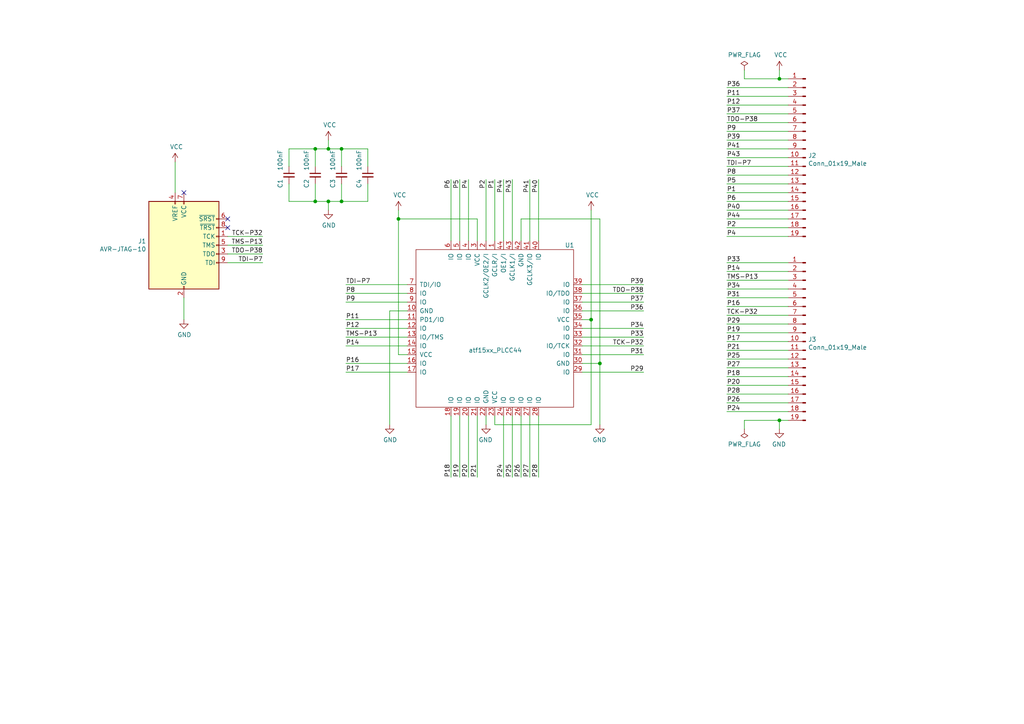
<source format=kicad_sch>
(kicad_sch (version 20211123) (generator eeschema)
  (paper "A4")
  (lib_symbols
    (symbol "Connector:AVR-JTAG-10" (pin_names (offset 1.016))
      (property "Reference" "J" (at -8.89 13.97 0))
      (property "Value" "AVR-JTAG-10" (at 1.27 13.97 0))
      (symbol "AVR-JTAG-10_0_1"
        (rectangle (start -2.667 12.7) (end -2.413 11.938))
        (rectangle (start -0.127 -11.938) (end 0.127 -12.7))
        (rectangle (start -0.127 12.7) (end 0.127 11.938))
        (rectangle (start 10.16 -4.953) (end 9.398 -5.207))
        (rectangle (start 10.16 -2.413) (end 9.398 -2.667))
        (rectangle (start 10.16 0.127) (end 9.398 -0.127))
        (rectangle (start 10.16 2.667) (end 9.398 2.413))
        (rectangle (start 10.16 5.207) (end 9.398 4.953))
        (rectangle (start 10.16 7.747) (end 9.398 7.493))
        (rectangle (start 10.16 12.7) (end -10.16 -12.7) (stroke (width 0.254)) (fill (type background)))
      )
      (symbol "AVR-JTAG-10_1_1"
        (pin passive line (at 12.7 2.54 180) (length 2.54) (name "TCK") (number "1"))
        (pin passive line (at 0 -15.24 90) (length 2.54) hide (name "GND") (number "10"))
        (pin passive line (at 0 -15.24 90) (length 2.54) (name "GND") (number "2"))
        (pin passive line (at 12.7 -2.54 180) (length 2.54) (name "TDO") (number "3"))
        (pin passive line (at -2.54 15.24 270) (length 2.54) (name "VREF") (number "4"))
        (pin passive line (at 12.7 0 180) (length 2.54) (name "TMS") (number "5"))
        (pin passive line (at 12.7 7.62 180) (length 2.54) (name "~{SRST}") (number "6"))
        (pin passive line (at 0 15.24 270) (length 2.54) (name "VCC") (number "7"))
        (pin passive line (at 12.7 5.08 180) (length 2.54) (name "~{TRST}") (number "8"))
        (pin passive line (at 12.7 -5.08 180) (length 2.54) (name "TDI") (number "9"))
      )
    )
    (symbol "Connector:Conn_01x19_Male" (pin_names (offset 1.016) hide)
      (property "Reference" "J" (at 0 25.4 0))
      (property "Value" "Conn_01x19_Male" (at 0 -25.4 0))
      (symbol "Conn_01x19_Male_1_1"
        (polyline (pts (xy 1.27 -22.86) (xy 0.8636 -22.86)) (stroke (width 0.1524)))
        (polyline (pts (xy 1.27 -20.32) (xy 0.8636 -20.32)) (stroke (width 0.1524)))
        (polyline (pts (xy 1.27 -17.78) (xy 0.8636 -17.78)) (stroke (width 0.1524)))
        (polyline (pts (xy 1.27 -15.24) (xy 0.8636 -15.24)) (stroke (width 0.1524)))
        (polyline (pts (xy 1.27 -12.7) (xy 0.8636 -12.7)) (stroke (width 0.1524)))
        (polyline (pts (xy 1.27 -10.16) (xy 0.8636 -10.16)) (stroke (width 0.1524)))
        (polyline (pts (xy 1.27 -7.62) (xy 0.8636 -7.62)) (stroke (width 0.1524)))
        (polyline (pts (xy 1.27 -5.08) (xy 0.8636 -5.08)) (stroke (width 0.1524)))
        (polyline (pts (xy 1.27 -2.54) (xy 0.8636 -2.54)) (stroke (width 0.1524)))
        (polyline (pts (xy 1.27 0) (xy 0.8636 0)) (stroke (width 0.1524)))
        (polyline (pts (xy 1.27 2.54) (xy 0.8636 2.54)) (stroke (width 0.1524)))
        (polyline (pts (xy 1.27 5.08) (xy 0.8636 5.08)) (stroke (width 0.1524)))
        (polyline (pts (xy 1.27 7.62) (xy 0.8636 7.62)) (stroke (width 0.1524)))
        (polyline (pts (xy 1.27 10.16) (xy 0.8636 10.16)) (stroke (width 0.1524)))
        (polyline (pts (xy 1.27 12.7) (xy 0.8636 12.7)) (stroke (width 0.1524)))
        (polyline (pts (xy 1.27 15.24) (xy 0.8636 15.24)) (stroke (width 0.1524)))
        (polyline (pts (xy 1.27 17.78) (xy 0.8636 17.78)) (stroke (width 0.1524)))
        (polyline (pts (xy 1.27 20.32) (xy 0.8636 20.32)) (stroke (width 0.1524)))
        (polyline (pts (xy 1.27 22.86) (xy 0.8636 22.86)) (stroke (width 0.1524)))
        (rectangle (start 0.8636 -22.733) (end 0 -22.987) (stroke (width 0.1524)) (fill (type outline)))
        (rectangle (start 0.8636 -20.193) (end 0 -20.447) (stroke (width 0.1524)) (fill (type outline)))
        (rectangle (start 0.8636 -17.653) (end 0 -17.907) (stroke (width 0.1524)) (fill (type outline)))
        (rectangle (start 0.8636 -15.113) (end 0 -15.367) (stroke (width 0.1524)) (fill (type outline)))
        (rectangle (start 0.8636 -12.573) (end 0 -12.827) (stroke (width 0.1524)) (fill (type outline)))
        (rectangle (start 0.8636 -10.033) (end 0 -10.287) (stroke (width 0.1524)) (fill (type outline)))
        (rectangle (start 0.8636 -7.493) (end 0 -7.747) (stroke (width 0.1524)) (fill (type outline)))
        (rectangle (start 0.8636 -4.953) (end 0 -5.207) (stroke (width 0.1524)) (fill (type outline)))
        (rectangle (start 0.8636 -2.413) (end 0 -2.667) (stroke (width 0.1524)) (fill (type outline)))
        (rectangle (start 0.8636 0.127) (end 0 -0.127) (stroke (width 0.1524)) (fill (type outline)))
        (rectangle (start 0.8636 2.667) (end 0 2.413) (stroke (width 0.1524)) (fill (type outline)))
        (rectangle (start 0.8636 5.207) (end 0 4.953) (stroke (width 0.1524)) (fill (type outline)))
        (rectangle (start 0.8636 7.747) (end 0 7.493) (stroke (width 0.1524)) (fill (type outline)))
        (rectangle (start 0.8636 10.287) (end 0 10.033) (stroke (width 0.1524)) (fill (type outline)))
        (rectangle (start 0.8636 12.827) (end 0 12.573) (stroke (width 0.1524)) (fill (type outline)))
        (rectangle (start 0.8636 15.367) (end 0 15.113) (stroke (width 0.1524)) (fill (type outline)))
        (rectangle (start 0.8636 17.907) (end 0 17.653) (stroke (width 0.1524)) (fill (type outline)))
        (rectangle (start 0.8636 20.447) (end 0 20.193) (stroke (width 0.1524)) (fill (type outline)))
        (rectangle (start 0.8636 22.987) (end 0 22.733) (stroke (width 0.1524)) (fill (type outline)))
        (pin passive line (at 5.08 22.86 180) (length 3.81) (name "Pin_1") (number "1"))
        (pin passive line (at 5.08 0 180) (length 3.81) (name "Pin_10") (number "10"))
        (pin passive line (at 5.08 -2.54 180) (length 3.81) (name "Pin_11") (number "11"))
        (pin passive line (at 5.08 -5.08 180) (length 3.81) (name "Pin_12") (number "12"))
        (pin passive line (at 5.08 -7.62 180) (length 3.81) (name "Pin_13") (number "13"))
        (pin passive line (at 5.08 -10.16 180) (length 3.81) (name "Pin_14") (number "14"))
        (pin passive line (at 5.08 -12.7 180) (length 3.81) (name "Pin_15") (number "15"))
        (pin passive line (at 5.08 -15.24 180) (length 3.81) (name "Pin_16") (number "16"))
        (pin passive line (at 5.08 -17.78 180) (length 3.81) (name "Pin_17") (number "17"))
        (pin passive line (at 5.08 -20.32 180) (length 3.81) (name "Pin_18") (number "18"))
        (pin passive line (at 5.08 -22.86 180) (length 3.81) (name "Pin_19") (number "19"))
        (pin passive line (at 5.08 20.32 180) (length 3.81) (name "Pin_2") (number "2"))
        (pin passive line (at 5.08 17.78 180) (length 3.81) (name "Pin_3") (number "3"))
        (pin passive line (at 5.08 15.24 180) (length 3.81) (name "Pin_4") (number "4"))
        (pin passive line (at 5.08 12.7 180) (length 3.81) (name "Pin_5") (number "5"))
        (pin passive line (at 5.08 10.16 180) (length 3.81) (name "Pin_6") (number "6"))
        (pin passive line (at 5.08 7.62 180) (length 3.81) (name "Pin_7") (number "7"))
        (pin passive line (at 5.08 5.08 180) (length 3.81) (name "Pin_8") (number "8"))
        (pin passive line (at 5.08 2.54 180) (length 3.81) (name "Pin_9") (number "9"))
      )
    )
    (symbol "Device:C_Small" (pin_numbers hide) (pin_names (offset 0.254) hide)
      (property "Reference" "C" (at 0.254 1.778 0))
      (property "Value" "C_Small" (at 0.254 -2.032 0))
      (symbol "C_Small_0_1"
        (polyline (pts (xy -1.524 -0.508) (xy 1.524 -0.508)) (stroke (width 0.3302)))
        (polyline (pts (xy -1.524 0.508) (xy 1.524 0.508)) (stroke (width 0.3048)))
      )
      (symbol "C_Small_1_1"
        (pin passive line (at 0 2.54 270) (length 2.032) (name "~") (number "1"))
        (pin passive line (at 0 -2.54 90) (length 2.032) (name "~") (number "2"))
      )
    )
    (symbol "atf15xxprog:atf15xx_PLCC44" (pin_names (offset 1.016))
      (property "Reference" "U" (at 20.32 24.13 0))
      (property "Value" "atf15xx_PLCC44" (at 0 0 0))
      (symbol "atf15xx_PLCC44_0_1"
        (rectangle (start -22.86 22.86) (end 22.86 -22.86))
      )
      (symbol "atf15xx_PLCC44_1_1"
        (pin input line (at 0 25.4 270) (length 2.54) (name "GCLR/I") (number "1"))
        (pin power_in line (at -25.4 5.08 0) (length 2.54) (name "GND") (number "10"))
        (pin bidirectional line (at -25.4 2.54 0) (length 2.54) (name "PD1/IO") (number "11"))
        (pin bidirectional line (at -25.4 0 0) (length 2.54) (name "IO") (number "12"))
        (pin bidirectional line (at -25.4 -2.54 0) (length 2.54) (name "IO/TMS") (number "13"))
        (pin bidirectional line (at -25.4 -5.08 0) (length 2.54) (name "IO") (number "14"))
        (pin power_in line (at -25.4 -7.62 0) (length 2.54) (name "VCC") (number "15"))
        (pin bidirectional line (at -25.4 -10.16 0) (length 2.54) (name "IO") (number "16"))
        (pin bidirectional line (at -25.4 -12.7 0) (length 2.54) (name "IO") (number "17"))
        (pin bidirectional line (at -12.7 -25.4 90) (length 2.54) (name "IO") (number "18"))
        (pin bidirectional line (at -10.16 -25.4 90) (length 2.54) (name "IO") (number "19"))
        (pin input line (at -2.54 25.4 270) (length 2.54) (name "GCLK2/OE2/I") (number "2"))
        (pin bidirectional line (at -7.62 -25.4 90) (length 2.54) (name "IO") (number "20"))
        (pin bidirectional line (at -5.08 -25.4 90) (length 2.54) (name "IO") (number "21"))
        (pin power_in line (at -2.54 -25.4 90) (length 2.54) (name "GND") (number "22"))
        (pin power_in line (at 0 -25.4 90) (length 2.54) (name "VCC") (number "23"))
        (pin bidirectional line (at 2.54 -25.4 90) (length 2.54) (name "IO") (number "24"))
        (pin bidirectional line (at 5.08 -25.4 90) (length 2.54) (name "IO") (number "25"))
        (pin bidirectional line (at 7.62 -25.4 90) (length 2.54) (name "IO") (number "26"))
        (pin bidirectional line (at 10.16 -25.4 90) (length 2.54) (name "IO") (number "27"))
        (pin bidirectional line (at 12.7 -25.4 90) (length 2.54) (name "IO") (number "28"))
        (pin bidirectional line (at 25.4 -12.7 180) (length 2.54) (name "IO") (number "29"))
        (pin power_in line (at -5.08 25.4 270) (length 2.54) (name "VCC") (number "3"))
        (pin power_in line (at 25.4 -10.16 180) (length 2.54) (name "GND") (number "30"))
        (pin bidirectional line (at 25.4 -7.62 180) (length 2.54) (name "IO") (number "31"))
        (pin bidirectional line (at 25.4 -5.08 180) (length 2.54) (name "IO/TCK") (number "32"))
        (pin bidirectional line (at 25.4 -2.54 180) (length 2.54) (name "IO") (number "33"))
        (pin bidirectional line (at 25.4 0 180) (length 2.54) (name "IO") (number "34"))
        (pin power_in line (at 25.4 2.54 180) (length 2.54) (name "VCC") (number "35"))
        (pin bidirectional line (at 25.4 5.08 180) (length 2.54) (name "IO") (number "36"))
        (pin bidirectional line (at 25.4 7.62 180) (length 2.54) (name "IO") (number "37"))
        (pin bidirectional line (at 25.4 10.16 180) (length 2.54) (name "IO/TDO") (number "38"))
        (pin bidirectional line (at 25.4 12.7 180) (length 2.54) (name "IO") (number "39"))
        (pin bidirectional line (at -7.62 25.4 270) (length 2.54) (name "IO") (number "4"))
        (pin bidirectional line (at 12.7 25.4 270) (length 2.54) (name "IO") (number "40"))
        (pin bidirectional line (at 10.16 25.4 270) (length 2.54) (name "GCLK3/IO") (number "41"))
        (pin power_in line (at 7.62 25.4 270) (length 2.54) (name "GND") (number "42"))
        (pin input line (at 5.08 25.4 270) (length 2.54) (name "GCLK1/I") (number "43"))
        (pin bidirectional line (at 2.54 25.4 270) (length 2.54) (name "OE1/I") (number "44"))
        (pin bidirectional line (at -10.16 25.4 270) (length 2.54) (name "IO") (number "5"))
        (pin bidirectional line (at -12.7 25.4 270) (length 2.54) (name "IO") (number "6"))
        (pin bidirectional line (at -25.4 12.7 0) (length 2.54) (name "TDI/IO") (number "7"))
        (pin bidirectional line (at -25.4 10.16 0) (length 2.54) (name "IO") (number "8"))
        (pin bidirectional line (at -25.4 7.62 0) (length 2.54) (name "IO") (number "9"))
      )
    )
    (symbol "power:GND" (power) (pin_names (offset 0))
      (property "Value" "GND" (at 0 -3.81 0))
      (symbol "GND_0_1"
        (polyline (pts (xy 0 0) (xy 0 -1.27) (xy 1.27 -1.27) (xy 0 -2.54) (xy -1.27 -1.27) (xy 0 -1.27)))
      )
      (symbol "GND_1_1"
        (pin power_in line (at 0 0 270) (length 0) hide (name "GND") (number "1"))
      )
    )
    (symbol "power:PWR_FLAG" (power) (pin_numbers hide) (pin_names (offset 0) hide)
      (property "Value" "PWR_FLAG" (at 0 3.81 0))
      (symbol "PWR_FLAG_0_0"
        (pin power_out line (at 0 0 90) (length 0) (name "pwr") (number "1"))
      )
      (symbol "PWR_FLAG_0_1"
        (polyline (pts (xy 0 0) (xy 0 1.27) (xy -1.016 1.905) (xy 0 2.54) (xy 1.016 1.905) (xy 0 1.27)))
      )
    )
    (symbol "power:VCC" (power) (pin_names (offset 0))
      (property "Value" "VCC" (at 0 3.81 0))
      (symbol "VCC_0_1"
        (polyline (pts (xy -0.762 1.27) (xy 0 2.54)))
        (polyline (pts (xy 0 0) (xy 0 2.54)))
        (polyline (pts (xy 0 2.54) (xy 0.762 1.27)))
      )
      (symbol "VCC_1_1"
        (pin power_in line (at 0 0 90) (length 0) hide (name "VCC") (number "1"))
      )
    )
  )
  (junction (at 91.44 58.42))
  (junction (at 95.25 43.18))
  (junction (at 95.25 58.42))
  (junction (at 226.06 121.92))
  (junction (at 173.99 105.41))
  (junction (at 171.45 92.71))
  (junction (at 115.57 63.5))
  (junction (at 226.06 22.86))
  (junction (at 99.06 58.42))
  (junction (at 99.06 43.18))
  (junction (at 91.44 43.18))
  (no_connect (at 53.34 55.88))
  (no_connect (at 66.04 66.04))
  (no_connect (at 66.04 63.5))
  (wire (pts (xy 210.82 93.98) (xy 228.6 93.98)))
  (wire (pts (xy 210.82 45.72) (xy 228.6 45.72)))
  (wire (pts (xy 151.13 63.5) (xy 173.99 63.5)))
  (wire (pts (xy 173.99 123.19) (xy 173.99 105.41)))
  (wire (pts (xy 210.82 35.56) (xy 228.6 35.56)))
  (wire (pts (xy 95.25 43.18) (xy 99.06 43.18)))
  (wire (pts (xy 135.89 120.65) (xy 135.89 138.43)))
  (wire (pts (xy 228.6 66.04) (xy 210.82 66.04)))
  (wire (pts (xy 210.82 116.84) (xy 228.6 116.84)))
  (wire (pts (xy 113.03 123.19) (xy 113.03 90.17)))
  (wire (pts (xy 156.21 120.65) (xy 156.21 138.43)))
  (wire (pts (xy 115.57 63.5) (xy 115.57 102.87)))
  (wire (pts (xy 210.82 101.6) (xy 228.6 101.6)))
  (wire (pts (xy 171.45 123.19) (xy 171.45 92.71)))
  (wire (pts (xy 210.82 50.8) (xy 228.6 50.8)))
  (wire (pts (xy 66.04 71.12) (xy 76.2 71.12)))
  (wire (pts (xy 226.06 121.92) (xy 228.6 121.92)))
  (wire (pts (xy 168.91 90.17) (xy 186.69 90.17)))
  (wire (pts (xy 228.6 81.28) (xy 210.82 81.28)))
  (wire (pts (xy 118.11 87.63) (xy 100.33 87.63)))
  (wire (pts (xy 153.67 52.07) (xy 153.67 69.85)))
  (wire (pts (xy 99.06 43.18) (xy 106.68 43.18)))
  (wire (pts (xy 91.44 43.18) (xy 91.44 48.26)))
  (wire (pts (xy 118.11 82.55) (xy 100.33 82.55)))
  (wire (pts (xy 186.69 107.95) (xy 168.91 107.95)))
  (wire (pts (xy 91.44 58.42) (xy 91.44 53.34)))
  (wire (pts (xy 99.06 58.42) (xy 106.68 58.42)))
  (wire (pts (xy 66.04 76.2) (xy 76.2 76.2)))
  (wire (pts (xy 210.82 30.48) (xy 228.6 30.48)))
  (wire (pts (xy 130.81 138.43) (xy 130.81 120.65)))
  (wire (pts (xy 146.05 52.07) (xy 146.05 69.85)))
  (wire (pts (xy 91.44 43.18) (xy 95.25 43.18)))
  (wire (pts (xy 228.6 38.1) (xy 210.82 38.1)))
  (wire (pts (xy 173.99 105.41) (xy 168.91 105.41)))
  (wire (pts (xy 210.82 78.74) (xy 228.6 78.74)))
  (wire (pts (xy 83.82 43.18) (xy 83.82 48.26)))
  (wire (pts (xy 140.97 69.85) (xy 140.97 52.07)))
  (wire (pts (xy 143.51 120.65) (xy 143.51 123.19)))
  (wire (pts (xy 210.82 96.52) (xy 228.6 96.52)))
  (wire (pts (xy 91.44 58.42) (xy 83.82 58.42)))
  (wire (pts (xy 186.69 85.09) (xy 168.91 85.09)))
  (wire (pts (xy 228.6 114.3) (xy 210.82 114.3)))
  (wire (pts (xy 215.9 121.92) (xy 226.06 121.92)))
  (wire (pts (xy 156.21 52.07) (xy 156.21 69.85)))
  (wire (pts (xy 83.82 43.18) (xy 91.44 43.18)))
  (wire (pts (xy 226.06 20.32) (xy 226.06 22.86)))
  (wire (pts (xy 118.11 107.95) (xy 100.33 107.95)))
  (wire (pts (xy 228.6 99.06) (xy 210.82 99.06)))
  (wire (pts (xy 215.9 22.86) (xy 226.06 22.86)))
  (wire (pts (xy 228.6 53.34) (xy 210.82 53.34)))
  (wire (pts (xy 168.91 92.71) (xy 171.45 92.71)))
  (wire (pts (xy 50.8 46.99) (xy 50.8 55.88)))
  (wire (pts (xy 210.82 48.26) (xy 228.6 48.26)))
  (wire (pts (xy 115.57 102.87) (xy 118.11 102.87)))
  (wire (pts (xy 186.69 97.79) (xy 168.91 97.79)))
  (wire (pts (xy 95.25 40.64) (xy 95.25 43.18)))
  (wire (pts (xy 186.69 100.33) (xy 168.91 100.33)))
  (wire (pts (xy 228.6 25.4) (xy 210.82 25.4)))
  (wire (pts (xy 210.82 88.9) (xy 228.6 88.9)))
  (wire (pts (xy 168.91 82.55) (xy 186.69 82.55)))
  (wire (pts (xy 228.6 91.44) (xy 210.82 91.44)))
  (wire (pts (xy 138.43 69.85) (xy 138.43 63.5)))
  (wire (pts (xy 118.11 97.79) (xy 100.33 97.79)))
  (wire (pts (xy 210.82 76.2) (xy 228.6 76.2)))
  (wire (pts (xy 228.6 104.14) (xy 210.82 104.14)))
  (wire (pts (xy 210.82 83.82) (xy 228.6 83.82)))
  (wire (pts (xy 95.25 58.42) (xy 91.44 58.42)))
  (wire (pts (xy 100.33 95.25) (xy 118.11 95.25)))
  (wire (pts (xy 210.82 109.22) (xy 228.6 109.22)))
  (wire (pts (xy 210.82 55.88) (xy 228.6 55.88)))
  (wire (pts (xy 143.51 52.07) (xy 143.51 69.85)))
  (wire (pts (xy 138.43 63.5) (xy 115.57 63.5)))
  (wire (pts (xy 228.6 40.64) (xy 210.82 40.64)))
  (wire (pts (xy 215.9 20.32) (xy 215.9 22.86)))
  (wire (pts (xy 151.13 138.43) (xy 151.13 120.65)))
  (wire (pts (xy 173.99 63.5) (xy 173.99 105.41)))
  (wire (pts (xy 133.35 138.43) (xy 133.35 120.65)))
  (wire (pts (xy 53.34 92.71) (xy 53.34 86.36)))
  (wire (pts (xy 228.6 111.76) (xy 210.82 111.76)))
  (wire (pts (xy 210.82 106.68) (xy 228.6 106.68)))
  (wire (pts (xy 210.82 33.02) (xy 228.6 33.02)))
  (wire (pts (xy 99.06 43.18) (xy 99.06 48.26)))
  (wire (pts (xy 210.82 60.96) (xy 228.6 60.96)))
  (wire (pts (xy 210.82 58.42) (xy 228.6 58.42)))
  (wire (pts (xy 135.89 52.07) (xy 135.89 69.85)))
  (wire (pts (xy 210.82 43.18) (xy 228.6 43.18)))
  (wire (pts (xy 171.45 60.96) (xy 171.45 92.71)))
  (wire (pts (xy 99.06 53.34) (xy 99.06 58.42)))
  (wire (pts (xy 115.57 60.96) (xy 115.57 63.5)))
  (wire (pts (xy 143.51 123.19) (xy 171.45 123.19)))
  (wire (pts (xy 210.82 27.94) (xy 228.6 27.94)))
  (wire (pts (xy 228.6 63.5) (xy 210.82 63.5)))
  (wire (pts (xy 100.33 92.71) (xy 118.11 92.71)))
  (wire (pts (xy 210.82 119.38) (xy 228.6 119.38)))
  (wire (pts (xy 215.9 124.46) (xy 215.9 121.92)))
  (wire (pts (xy 186.69 87.63) (xy 168.91 87.63)))
  (wire (pts (xy 100.33 85.09) (xy 118.11 85.09)))
  (wire (pts (xy 95.25 58.42) (xy 99.06 58.42)))
  (wire (pts (xy 226.06 22.86) (xy 228.6 22.86)))
  (wire (pts (xy 210.82 86.36) (xy 228.6 86.36)))
  (wire (pts (xy 83.82 58.42) (xy 83.82 53.34)))
  (wire (pts (xy 186.69 102.87) (xy 168.91 102.87)))
  (wire (pts (xy 76.2 68.58) (xy 66.04 68.58)))
  (wire (pts (xy 148.59 120.65) (xy 148.59 138.43)))
  (wire (pts (xy 113.03 90.17) (xy 118.11 90.17)))
  (wire (pts (xy 148.59 69.85) (xy 148.59 52.07)))
  (wire (pts (xy 106.68 43.18) (xy 106.68 48.26)))
  (wire (pts (xy 100.33 105.41) (xy 118.11 105.41)))
  (wire (pts (xy 151.13 69.85) (xy 151.13 63.5)))
  (wire (pts (xy 95.25 60.96) (xy 95.25 58.42)))
  (wire (pts (xy 130.81 69.85) (xy 130.81 52.07)))
  (wire (pts (xy 76.2 73.66) (xy 66.04 73.66)))
  (wire (pts (xy 100.33 100.33) (xy 118.11 100.33)))
  (wire (pts (xy 186.69 95.25) (xy 168.91 95.25)))
  (wire (pts (xy 146.05 138.43) (xy 146.05 120.65)))
  (wire (pts (xy 140.97 123.19) (xy 140.97 120.65)))
  (wire (pts (xy 133.35 52.07) (xy 133.35 69.85)))
  (wire (pts (xy 106.68 58.42) (xy 106.68 53.34)))
  (wire (pts (xy 226.06 124.46) (xy 226.06 121.92)))
  (wire (pts (xy 153.67 138.43) (xy 153.67 120.65)))
  (wire (pts (xy 210.82 68.58) (xy 228.6 68.58)))
  (wire (pts (xy 138.43 138.43) (xy 138.43 120.65)))
  (label "P9" (at 210.82 38.1 0))
  (label "P19" (at 133.35 138.43 90))
  (label "P40" (at 210.82 60.96 0))
  (label "P1" (at 210.82 55.88 0))
  (label "P21" (at 138.43 138.43 90))
  (label "P2" (at 140.97 52.07 270))
  (label "TDO-P38" (at 186.69 85.09 180))
  (label "P36" (at 186.69 90.17 180))
  (label "P25" (at 148.59 138.43 90))
  (label "P37" (at 186.69 87.63 180))
  (label "P11" (at 100.33 92.71 0))
  (label "P20" (at 135.89 138.43 90))
  (label "P8" (at 210.82 50.8 0))
  (label "P21" (at 210.82 101.6 0))
  (label "P14" (at 100.33 100.33 0))
  (label "TDO-P38" (at 76.2 73.66 180))
  (label "P5" (at 133.35 52.07 270))
  (label "P4" (at 210.82 68.58 0))
  (label "P43" (at 210.82 45.72 0))
  (label "TCK-P32" (at 76.2 68.58 180))
  (label "P39" (at 210.82 40.64 0))
  (label "P29" (at 186.69 107.95 180))
  (label "TMS-P13" (at 100.33 97.79 0))
  (label "P41" (at 153.67 52.07 270))
  (label "P33" (at 186.69 97.79 180))
  (label "P6" (at 210.82 58.42 0))
  (label "P20" (at 210.82 111.76 0))
  (label "P18" (at 210.82 109.22 0))
  (label "P27" (at 210.82 106.68 0))
  (label "P31" (at 186.69 102.87 180))
  (label "P43" (at 148.59 52.07 270))
  (label "TCK-P32" (at 210.82 91.44 0))
  (label "P36" (at 210.82 25.4 0))
  (label "TDO-P38" (at 210.82 35.56 0))
  (label "P24" (at 146.05 138.43 90))
  (label "P28" (at 156.21 138.43 90))
  (label "TDI-P7" (at 100.33 82.55 0))
  (label "P1" (at 143.51 52.07 270))
  (label "P4" (at 135.89 52.07 270))
  (label "P2" (at 210.82 66.04 0))
  (label "P24" (at 210.82 119.38 0))
  (label "P40" (at 156.21 52.07 270))
  (label "P18" (at 130.81 138.43 90))
  (label "P31" (at 210.82 86.36 0))
  (label "P14" (at 210.82 78.74 0))
  (label "P12" (at 210.82 30.48 0))
  (label "P39" (at 186.69 82.55 180))
  (label "P17" (at 210.82 99.06 0))
  (label "P29" (at 210.82 93.98 0))
  (label "P17" (at 100.33 107.95 0))
  (label "P8" (at 100.33 85.09 0))
  (label "TCK-P32" (at 186.69 100.33 180))
  (label "P44" (at 146.05 52.07 270))
  (label "P19" (at 210.82 96.52 0))
  (label "P28" (at 210.82 114.3 0))
  (label "P34" (at 186.69 95.25 180))
  (label "P16" (at 210.82 88.9 0))
  (label "P26" (at 210.82 116.84 0))
  (label "P9" (at 100.33 87.63 0))
  (label "P16" (at 100.33 105.41 0))
  (label "P44" (at 210.82 63.5 0))
  (label "P34" (at 210.82 83.82 0))
  (label "P12" (at 100.33 95.25 0))
  (label "P26" (at 151.13 138.43 90))
  (label "P37" (at 210.82 33.02 0))
  (label "P25" (at 210.82 104.14 0))
  (label "P6" (at 130.81 52.07 270))
  (label "P33" (at 210.82 76.2 0))
  (label "P11" (at 210.82 27.94 0))
  (label "P27" (at 153.67 138.43 90))
  (label "P41" (at 210.82 43.18 0))
  (label "TDI-P7" (at 76.2 76.2 180))
  (label "P5" (at 210.82 53.34 0))
  (label "TMS-P13" (at 210.82 81.28 0))
  (label "TMS-P13" (at 76.2 71.12 180))
  (label "TDI-P7" (at 210.82 48.26 0))
  (symbol (lib_id "atf15xxprog:atf15xx_PLCC44") (at 143.51 95.25 0) (unit 1)
    (property "Reference" "U1" (at 163.83 71.12 0) (effects (justify left)))
    (property "Value" "atf15xx_PLCC44" (at 135.89 101.6 0) (effects (justify left)))
    (property "Footprint" "Package_LCC:PLCC-44_THT-Socket" (effects hide))
  )
  (symbol (lib_id "Connector:AVR-JTAG-10") (at 53.34 71.12 0) (unit 1)
    (property "Reference" "J1" (at 42.418 69.9516 0) (effects (justify right)))
    (property "Value" "AVR-JTAG-10" (at 42.418 72.263 0) (effects (justify right)))
    (property "Footprint" "Connector_IDC:IDC-Header_2x05_P2.54mm_Vertical" (effects hide))
    (property "Datasheet" " ~" (effects hide))
  )
  (symbol (lib_id "power:GND") (at 53.34 92.71 0) (unit 1)
    (property "Reference" "#PWR02" (effects hide))
    (property "Value" "GND" (at 53.467 97.1042 0))
  )
  (symbol (lib_id "power:VCC") (at 50.8 46.99 0) (unit 1)
    (property "Reference" "#PWR01" (effects hide))
    (property "Value" "VCC" (at 51.181 42.5958 0))
  )
  (symbol (lib_id "power:GND") (at 113.03 123.19 0) (unit 1)
    (property "Reference" "#PWR03" (effects hide))
    (property "Value" "GND" (at 113.157 127.5842 0))
  )
  (symbol (lib_id "power:GND") (at 173.99 123.19 0) (mirror y) (unit 1)
    (property "Reference" "#PWR07" (effects hide))
    (property "Value" "GND" (at 173.863 127.5842 0))
  )
  (symbol (lib_id "power:GND") (at 140.97 123.19 0) (mirror y) (unit 1)
    (property "Reference" "#PWR05" (effects hide))
    (property "Value" "GND" (at 140.843 127.5842 0))
  )
  (symbol (lib_id "power:VCC") (at 115.57 60.96 0) (unit 1)
    (property "Reference" "#PWR04" (effects hide))
    (property "Value" "VCC" (at 115.951 56.5658 0))
  )
  (symbol (lib_id "power:VCC") (at 171.45 60.96 0) (unit 1)
    (property "Reference" "#PWR06" (effects hide))
    (property "Value" "VCC" (at 171.831 56.5658 0))
  )
  (symbol (lib_id "Device:C_Small") (at 83.82 50.8 0) (unit 1)
    (property "Reference" "C1" (at 81.28 54.61 90) (effects (justify left)))
    (property "Value" "100nF" (at 81.28 49.53 90) (effects (justify left)))
    (property "Footprint" "Capacitor_SMD:C_1206_3216Metric" (effects hide))
  )
  (symbol (lib_id "Device:C_Small") (at 91.44 50.8 0) (unit 1)
    (property "Reference" "C2" (at 88.9 54.61 90) (effects (justify left)))
    (property "Value" "100nF" (at 88.9 49.53 90) (effects (justify left)))
    (property "Footprint" "Capacitor_SMD:C_1206_3216Metric" (effects hide))
  )
  (symbol (lib_id "Device:C_Small") (at 99.06 50.8 0) (unit 1)
    (property "Reference" "C3" (at 96.52 54.61 90) (effects (justify left)))
    (property "Value" "100nF" (at 96.52 49.53 90) (effects (justify left)))
    (property "Footprint" "Capacitor_SMD:C_1206_3216Metric" (effects hide))
  )
  (symbol (lib_id "Device:C_Small") (at 106.68 50.8 0) (unit 1)
    (property "Reference" "C4" (at 104.14 54.61 90) (effects (justify left)))
    (property "Value" "100nF" (at 104.14 49.53 90) (effects (justify left)))
    (property "Footprint" "Capacitor_SMD:C_1206_3216Metric" (effects hide))
  )
  (symbol (lib_id "power:VCC") (at 95.25 40.64 0) (unit 1)
    (property "Reference" "#PWR0101" (effects hide))
    (property "Value" "VCC" (at 95.631 36.2458 0))
  )
  (symbol (lib_id "power:GND") (at 95.25 60.96 0) (unit 1)
    (property "Reference" "#PWR0102" (effects hide))
    (property "Value" "GND" (at 95.377 65.3542 0))
  )
  (symbol (lib_id "Connector:Conn_01x19_Male") (at 233.68 45.72 0) (mirror y) (unit 1)
    (property "Reference" "J2" (at 234.3912 45.1104 0) (effects (justify right)))
    (property "Value" "Conn_01x19_Male" (at 234.3912 47.4218 0) (effects (justify right)))
    (property "Footprint" "Connector_PinHeader_2.54mm:PinHeader_1x19_P2.54mm_Vertical" (effects hide))
  )
  (symbol (lib_id "Connector:Conn_01x19_Male") (at 233.68 99.06 0) (mirror y) (unit 1)
    (property "Reference" "J3" (at 234.3912 98.4504 0) (effects (justify right)))
    (property "Value" "Conn_01x19_Male" (at 234.3912 100.7618 0) (effects (justify right)))
    (property "Footprint" "Connector_PinHeader_2.54mm:PinHeader_1x19_P2.54mm_Vertical" (effects hide))
  )
  (symbol (lib_id "power:VCC") (at 226.06 20.32 0) (unit 1)
    (property "Reference" "#PWR08" (effects hide))
    (property "Value" "VCC" (at 226.441 15.9258 0))
  )
  (symbol (lib_id "power:GND") (at 226.06 124.46 0) (mirror y) (unit 1)
    (property "Reference" "#PWR09" (effects hide))
    (property "Value" "GND" (at 225.933 128.8542 0))
  )
  (symbol (lib_id "power:PWR_FLAG") (at 215.9 20.32 0) (unit 1)
    (property "Reference" "#FLG01" (effects hide))
    (property "Value" "PWR_FLAG" (at 215.9 15.9258 0))
  )
  (symbol (lib_id "power:PWR_FLAG") (at 215.9 124.46 0) (mirror x) (unit 1)
    (property "Reference" "#FLG02" (effects hide))
    (property "Value" "PWR_FLAG" (at 215.9 128.8542 0))
  )
)
</source>
